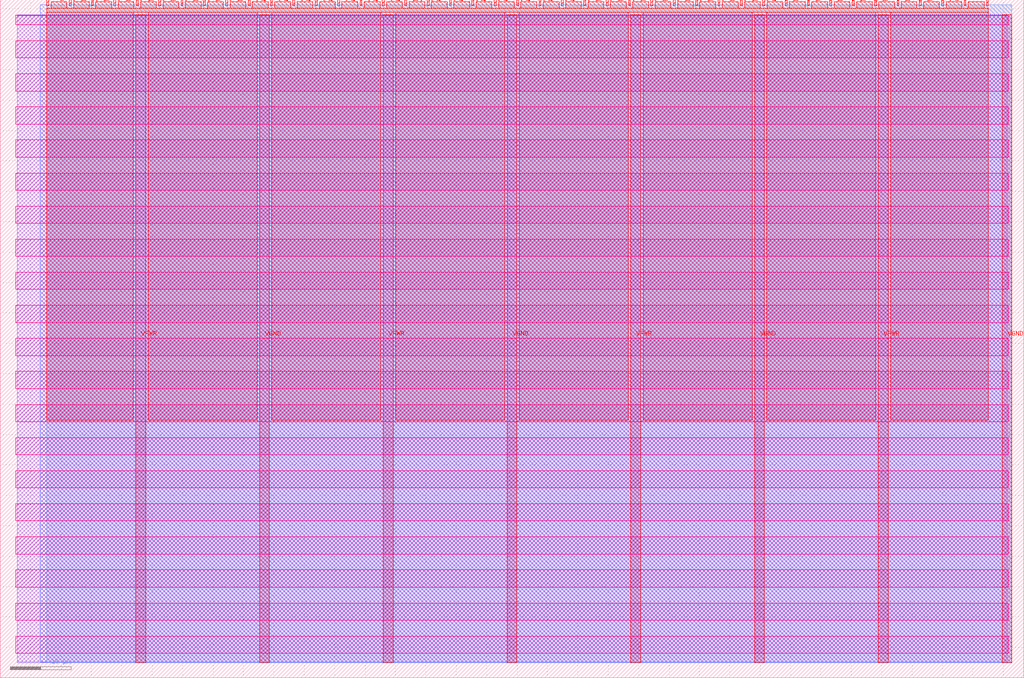
<source format=lef>
VERSION 5.7 ;
  NOWIREEXTENSIONATPIN ON ;
  DIVIDERCHAR "/" ;
  BUSBITCHARS "[]" ;
MACRO tt_um_jk2102
  CLASS BLOCK ;
  FOREIGN tt_um_jk2102 ;
  ORIGIN 0.000 0.000 ;
  SIZE 168.360 BY 111.520 ;
  PIN VGND
    DIRECTION INOUT ;
    USE GROUND ;
    PORT
      LAYER met4 ;
        RECT 42.670 2.480 44.270 109.040 ;
    END
    PORT
      LAYER met4 ;
        RECT 83.380 2.480 84.980 109.040 ;
    END
    PORT
      LAYER met4 ;
        RECT 124.090 2.480 125.690 109.040 ;
    END
    PORT
      LAYER met4 ;
        RECT 164.800 2.480 166.400 109.040 ;
    END
  END VGND
  PIN VPWR
    DIRECTION INOUT ;
    USE POWER ;
    PORT
      LAYER met4 ;
        RECT 22.315 2.480 23.915 109.040 ;
    END
    PORT
      LAYER met4 ;
        RECT 63.025 2.480 64.625 109.040 ;
    END
    PORT
      LAYER met4 ;
        RECT 103.735 2.480 105.335 109.040 ;
    END
    PORT
      LAYER met4 ;
        RECT 144.445 2.480 146.045 109.040 ;
    END
  END VPWR
  PIN clk
    DIRECTION INPUT ;
    USE SIGNAL ;
    ANTENNAGATEAREA 0.852000 ;
    PORT
      LAYER met4 ;
        RECT 158.550 110.520 158.850 111.520 ;
    END
  END clk
  PIN ena
    DIRECTION INPUT ;
    USE SIGNAL ;
    ANTENNAGATEAREA 0.196500 ;
    PORT
      LAYER met4 ;
        RECT 162.230 110.520 162.530 111.520 ;
    END
  END ena
  PIN rst_n
    DIRECTION INPUT ;
    USE SIGNAL ;
    ANTENNAGATEAREA 0.196500 ;
    PORT
      LAYER met4 ;
        RECT 154.870 110.520 155.170 111.520 ;
    END
  END rst_n
  PIN ui_in[0]
    DIRECTION INPUT ;
    USE SIGNAL ;
    ANTENNAGATEAREA 0.196500 ;
    PORT
      LAYER met4 ;
        RECT 151.190 110.520 151.490 111.520 ;
    END
  END ui_in[0]
  PIN ui_in[1]
    DIRECTION INPUT ;
    USE SIGNAL ;
    ANTENNAGATEAREA 0.196500 ;
    PORT
      LAYER met4 ;
        RECT 147.510 110.520 147.810 111.520 ;
    END
  END ui_in[1]
  PIN ui_in[2]
    DIRECTION INPUT ;
    USE SIGNAL ;
    ANTENNAGATEAREA 0.196500 ;
    PORT
      LAYER met4 ;
        RECT 143.830 110.520 144.130 111.520 ;
    END
  END ui_in[2]
  PIN ui_in[3]
    DIRECTION INPUT ;
    USE SIGNAL ;
    ANTENNAGATEAREA 0.196500 ;
    PORT
      LAYER met4 ;
        RECT 140.150 110.520 140.450 111.520 ;
    END
  END ui_in[3]
  PIN ui_in[4]
    DIRECTION INPUT ;
    USE SIGNAL ;
    ANTENNAGATEAREA 0.196500 ;
    PORT
      LAYER met4 ;
        RECT 136.470 110.520 136.770 111.520 ;
    END
  END ui_in[4]
  PIN ui_in[5]
    DIRECTION INPUT ;
    USE SIGNAL ;
    PORT
      LAYER met4 ;
        RECT 132.790 110.520 133.090 111.520 ;
    END
  END ui_in[5]
  PIN ui_in[6]
    DIRECTION INPUT ;
    USE SIGNAL ;
    PORT
      LAYER met4 ;
        RECT 129.110 110.520 129.410 111.520 ;
    END
  END ui_in[6]
  PIN ui_in[7]
    DIRECTION INPUT ;
    USE SIGNAL ;
    PORT
      LAYER met4 ;
        RECT 125.430 110.520 125.730 111.520 ;
    END
  END ui_in[7]
  PIN uio_in[0]
    DIRECTION INPUT ;
    USE SIGNAL ;
    ANTENNAGATEAREA 0.213000 ;
    PORT
      LAYER met4 ;
        RECT 121.750 110.520 122.050 111.520 ;
    END
  END uio_in[0]
  PIN uio_in[1]
    DIRECTION INPUT ;
    USE SIGNAL ;
    ANTENNAGATEAREA 0.159000 ;
    PORT
      LAYER met4 ;
        RECT 118.070 110.520 118.370 111.520 ;
    END
  END uio_in[1]
  PIN uio_in[2]
    DIRECTION INPUT ;
    USE SIGNAL ;
    PORT
      LAYER met4 ;
        RECT 114.390 110.520 114.690 111.520 ;
    END
  END uio_in[2]
  PIN uio_in[3]
    DIRECTION INPUT ;
    USE SIGNAL ;
    PORT
      LAYER met4 ;
        RECT 110.710 110.520 111.010 111.520 ;
    END
  END uio_in[3]
  PIN uio_in[4]
    DIRECTION INPUT ;
    USE SIGNAL ;
    PORT
      LAYER met4 ;
        RECT 107.030 110.520 107.330 111.520 ;
    END
  END uio_in[4]
  PIN uio_in[5]
    DIRECTION INPUT ;
    USE SIGNAL ;
    PORT
      LAYER met4 ;
        RECT 103.350 110.520 103.650 111.520 ;
    END
  END uio_in[5]
  PIN uio_in[6]
    DIRECTION INPUT ;
    USE SIGNAL ;
    PORT
      LAYER met4 ;
        RECT 99.670 110.520 99.970 111.520 ;
    END
  END uio_in[6]
  PIN uio_in[7]
    DIRECTION INPUT ;
    USE SIGNAL ;
    PORT
      LAYER met4 ;
        RECT 95.990 110.520 96.290 111.520 ;
    END
  END uio_in[7]
  PIN uio_oe[0]
    DIRECTION OUTPUT TRISTATE ;
    USE SIGNAL ;
    PORT
      LAYER met4 ;
        RECT 33.430 110.520 33.730 111.520 ;
    END
  END uio_oe[0]
  PIN uio_oe[1]
    DIRECTION OUTPUT TRISTATE ;
    USE SIGNAL ;
    ANTENNADIFFAREA 0.445500 ;
    PORT
      LAYER met4 ;
        RECT 29.750 110.520 30.050 111.520 ;
    END
  END uio_oe[1]
  PIN uio_oe[2]
    DIRECTION OUTPUT TRISTATE ;
    USE SIGNAL ;
    PORT
      LAYER met4 ;
        RECT 26.070 110.520 26.370 111.520 ;
    END
  END uio_oe[2]
  PIN uio_oe[3]
    DIRECTION OUTPUT TRISTATE ;
    USE SIGNAL ;
    PORT
      LAYER met4 ;
        RECT 22.390 110.520 22.690 111.520 ;
    END
  END uio_oe[3]
  PIN uio_oe[4]
    DIRECTION OUTPUT TRISTATE ;
    USE SIGNAL ;
    PORT
      LAYER met4 ;
        RECT 18.710 110.520 19.010 111.520 ;
    END
  END uio_oe[4]
  PIN uio_oe[5]
    DIRECTION OUTPUT TRISTATE ;
    USE SIGNAL ;
    PORT
      LAYER met4 ;
        RECT 15.030 110.520 15.330 111.520 ;
    END
  END uio_oe[5]
  PIN uio_oe[6]
    DIRECTION OUTPUT TRISTATE ;
    USE SIGNAL ;
    PORT
      LAYER met4 ;
        RECT 11.350 110.520 11.650 111.520 ;
    END
  END uio_oe[6]
  PIN uio_oe[7]
    DIRECTION OUTPUT TRISTATE ;
    USE SIGNAL ;
    PORT
      LAYER met4 ;
        RECT 7.670 110.520 7.970 111.520 ;
    END
  END uio_oe[7]
  PIN uio_out[0]
    DIRECTION OUTPUT TRISTATE ;
    USE SIGNAL ;
    PORT
      LAYER met4 ;
        RECT 62.870 110.520 63.170 111.520 ;
    END
  END uio_out[0]
  PIN uio_out[1]
    DIRECTION OUTPUT TRISTATE ;
    USE SIGNAL ;
    ANTENNADIFFAREA 0.445500 ;
    PORT
      LAYER met4 ;
        RECT 59.190 110.520 59.490 111.520 ;
    END
  END uio_out[1]
  PIN uio_out[2]
    DIRECTION OUTPUT TRISTATE ;
    USE SIGNAL ;
    PORT
      LAYER met4 ;
        RECT 55.510 110.520 55.810 111.520 ;
    END
  END uio_out[2]
  PIN uio_out[3]
    DIRECTION OUTPUT TRISTATE ;
    USE SIGNAL ;
    PORT
      LAYER met4 ;
        RECT 51.830 110.520 52.130 111.520 ;
    END
  END uio_out[3]
  PIN uio_out[4]
    DIRECTION OUTPUT TRISTATE ;
    USE SIGNAL ;
    PORT
      LAYER met4 ;
        RECT 48.150 110.520 48.450 111.520 ;
    END
  END uio_out[4]
  PIN uio_out[5]
    DIRECTION OUTPUT TRISTATE ;
    USE SIGNAL ;
    PORT
      LAYER met4 ;
        RECT 44.470 110.520 44.770 111.520 ;
    END
  END uio_out[5]
  PIN uio_out[6]
    DIRECTION OUTPUT TRISTATE ;
    USE SIGNAL ;
    PORT
      LAYER met4 ;
        RECT 40.790 110.520 41.090 111.520 ;
    END
  END uio_out[6]
  PIN uio_out[7]
    DIRECTION OUTPUT TRISTATE ;
    USE SIGNAL ;
    PORT
      LAYER met4 ;
        RECT 37.110 110.520 37.410 111.520 ;
    END
  END uio_out[7]
  PIN uo_out[0]
    DIRECTION OUTPUT TRISTATE ;
    USE SIGNAL ;
    ANTENNADIFFAREA 0.795200 ;
    PORT
      LAYER met4 ;
        RECT 92.310 110.520 92.610 111.520 ;
    END
  END uo_out[0]
  PIN uo_out[1]
    DIRECTION OUTPUT TRISTATE ;
    USE SIGNAL ;
    ANTENNADIFFAREA 0.445500 ;
    PORT
      LAYER met4 ;
        RECT 88.630 110.520 88.930 111.520 ;
    END
  END uo_out[1]
  PIN uo_out[2]
    DIRECTION OUTPUT TRISTATE ;
    USE SIGNAL ;
    ANTENNADIFFAREA 0.445500 ;
    PORT
      LAYER met4 ;
        RECT 84.950 110.520 85.250 111.520 ;
    END
  END uo_out[2]
  PIN uo_out[3]
    DIRECTION OUTPUT TRISTATE ;
    USE SIGNAL ;
    ANTENNADIFFAREA 0.445500 ;
    PORT
      LAYER met4 ;
        RECT 81.270 110.520 81.570 111.520 ;
    END
  END uo_out[3]
  PIN uo_out[4]
    DIRECTION OUTPUT TRISTATE ;
    USE SIGNAL ;
    ANTENNADIFFAREA 0.445500 ;
    PORT
      LAYER met4 ;
        RECT 77.590 110.520 77.890 111.520 ;
    END
  END uo_out[4]
  PIN uo_out[5]
    DIRECTION OUTPUT TRISTATE ;
    USE SIGNAL ;
    ANTENNADIFFAREA 0.445500 ;
    PORT
      LAYER met4 ;
        RECT 73.910 110.520 74.210 111.520 ;
    END
  END uo_out[5]
  PIN uo_out[6]
    DIRECTION OUTPUT TRISTATE ;
    USE SIGNAL ;
    ANTENNAGATEAREA 0.495000 ;
    ANTENNADIFFAREA 0.445500 ;
    PORT
      LAYER met4 ;
        RECT 70.230 110.520 70.530 111.520 ;
    END
  END uo_out[6]
  PIN uo_out[7]
    DIRECTION OUTPUT TRISTATE ;
    USE SIGNAL ;
    ANTENNADIFFAREA 0.445500 ;
    PORT
      LAYER met4 ;
        RECT 66.550 110.520 66.850 111.520 ;
    END
  END uo_out[7]
  OBS
      LAYER nwell ;
        RECT 2.570 107.385 165.790 108.990 ;
        RECT 2.570 101.945 165.790 104.775 ;
        RECT 2.570 96.505 165.790 99.335 ;
        RECT 2.570 91.065 165.790 93.895 ;
        RECT 2.570 85.625 165.790 88.455 ;
        RECT 2.570 80.185 165.790 83.015 ;
        RECT 2.570 74.745 165.790 77.575 ;
        RECT 2.570 69.305 165.790 72.135 ;
        RECT 2.570 63.865 165.790 66.695 ;
        RECT 2.570 58.425 165.790 61.255 ;
        RECT 2.570 52.985 165.790 55.815 ;
        RECT 2.570 47.545 165.790 50.375 ;
        RECT 2.570 42.105 165.790 44.935 ;
        RECT 2.570 36.665 165.790 39.495 ;
        RECT 2.570 31.225 165.790 34.055 ;
        RECT 2.570 25.785 165.790 28.615 ;
        RECT 2.570 20.345 165.790 23.175 ;
        RECT 2.570 14.905 165.790 17.735 ;
        RECT 2.570 9.465 165.790 12.295 ;
        RECT 2.570 4.025 165.790 6.855 ;
      LAYER li1 ;
        RECT 2.760 2.635 165.600 108.885 ;
      LAYER met1 ;
        RECT 2.760 2.480 166.400 109.040 ;
      LAYER met2 ;
        RECT 6.540 2.535 166.370 110.685 ;
      LAYER met3 ;
        RECT 7.630 2.555 166.390 110.665 ;
      LAYER met4 ;
        RECT 8.370 110.120 10.950 111.170 ;
        RECT 12.050 110.120 14.630 111.170 ;
        RECT 15.730 110.120 18.310 111.170 ;
        RECT 19.410 110.120 21.990 111.170 ;
        RECT 23.090 110.120 25.670 111.170 ;
        RECT 26.770 110.120 29.350 111.170 ;
        RECT 30.450 110.120 33.030 111.170 ;
        RECT 34.130 110.120 36.710 111.170 ;
        RECT 37.810 110.120 40.390 111.170 ;
        RECT 41.490 110.120 44.070 111.170 ;
        RECT 45.170 110.120 47.750 111.170 ;
        RECT 48.850 110.120 51.430 111.170 ;
        RECT 52.530 110.120 55.110 111.170 ;
        RECT 56.210 110.120 58.790 111.170 ;
        RECT 59.890 110.120 62.470 111.170 ;
        RECT 63.570 110.120 66.150 111.170 ;
        RECT 67.250 110.120 69.830 111.170 ;
        RECT 70.930 110.120 73.510 111.170 ;
        RECT 74.610 110.120 77.190 111.170 ;
        RECT 78.290 110.120 80.870 111.170 ;
        RECT 81.970 110.120 84.550 111.170 ;
        RECT 85.650 110.120 88.230 111.170 ;
        RECT 89.330 110.120 91.910 111.170 ;
        RECT 93.010 110.120 95.590 111.170 ;
        RECT 96.690 110.120 99.270 111.170 ;
        RECT 100.370 110.120 102.950 111.170 ;
        RECT 104.050 110.120 106.630 111.170 ;
        RECT 107.730 110.120 110.310 111.170 ;
        RECT 111.410 110.120 113.990 111.170 ;
        RECT 115.090 110.120 117.670 111.170 ;
        RECT 118.770 110.120 121.350 111.170 ;
        RECT 122.450 110.120 125.030 111.170 ;
        RECT 126.130 110.120 128.710 111.170 ;
        RECT 129.810 110.120 132.390 111.170 ;
        RECT 133.490 110.120 136.070 111.170 ;
        RECT 137.170 110.120 139.750 111.170 ;
        RECT 140.850 110.120 143.430 111.170 ;
        RECT 144.530 110.120 147.110 111.170 ;
        RECT 148.210 110.120 150.790 111.170 ;
        RECT 151.890 110.120 154.470 111.170 ;
        RECT 155.570 110.120 158.150 111.170 ;
        RECT 159.250 110.120 161.830 111.170 ;
        RECT 7.655 109.440 162.545 110.120 ;
        RECT 7.655 42.335 21.915 109.440 ;
        RECT 24.315 42.335 42.270 109.440 ;
        RECT 44.670 42.335 62.625 109.440 ;
        RECT 65.025 42.335 82.980 109.440 ;
        RECT 85.380 42.335 103.335 109.440 ;
        RECT 105.735 42.335 123.690 109.440 ;
        RECT 126.090 42.335 144.045 109.440 ;
        RECT 146.445 42.335 162.545 109.440 ;
  END
END tt_um_jk2102
END LIBRARY


</source>
